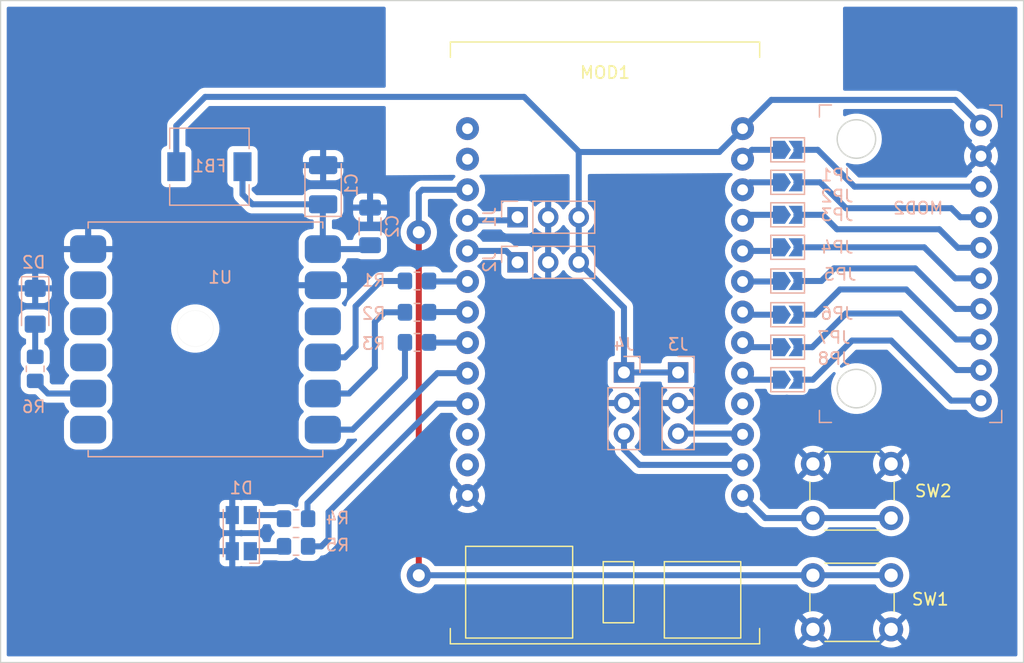
<source format=kicad_pcb>
(kicad_pcb (version 20211014) (generator pcbnew)
  (layers (0 "F.Cu" signal) (31 "B.Cu" signal) (34 "B.Paste" user) (35 "F.Paste" user) (36 "B.SilkS" user "B.Silkscreen") (37 "F.SilkS" user "F.Silkscreen") (38 "B.Mask" user) (39 "F.Mask" user) (44 "Edge.Cuts" user))
  (net 0 "")
  (net 1 "Net-(C1-Pad1)")
  (net 2 "GND")
  (net 3 "Net-(D1-Pad1)")
  (net 4 "Net-(D1-Pad2)")
  (net 5 "Net-(D2-Pad2)")
  (net 6 "+3V3")
  (net 7 "Net-(J1-Pad1)")
  (net 8 "Net-(J2-Pad1)")
  (net 9 "Net-(J3-Pad3)")
  (net 10 "Net-(J4-Pad3)")
  (net 11 "imu1")
  (net 12 "Net-(JP1-Pad2)")
  (net 13 "imu2")
  (net 14 "Net-(JP2-Pad2)")
  (net 15 "imu3")
  (net 16 "Net-(JP3-Pad2)")
  (net 17 "imu4")
  (net 18 "Net-(JP4-Pad2)")
  (net 19 "imu5")
  (net 20 "Net-(JP5-Pad2)")
  (net 21 "imu6")
  (net 22 "Net-(JP6-Pad2)")
  (net 23 "imu7")
  (net 24 "Net-(JP7-Pad2)")
  (net 25 "imu8")
  (net 26 "Net-(JP8-Pad2)")
  (net 29 "Net-(SW1-Pad2)")
  (net 30 "TX0_GPS")
  (net 31 "RX0_GPS")
  (net 32 "EN_GPS")
  (net 33 "Net-(MOD1-Pad9)")
  (net 34 "Net-(MOD1-Pad10)")
  (net 37 "Net-(MOD1-Pad14)")
  (net 39 "Net-(R1-Pad2)")
  (net 40 "Net-(R2-Pad2)")
  (net 41 "Net-(R3-Pad2)")
  (net 42 "Net-(R6-Pad1)")
  (footprint "Button_Switch_THT:SW_PUSH_6mm" (layer "F.Cu") (at 244 137.25 180)
    (fp_text reference "SW1" (at -3.25 2.5) (layer "F.SilkS"))
    (fp_text value "SW_Push_Dual")
    (fp_line (start 5.5 -1) (end 1 -1) (layer "F.SilkS") (width 0.12))
    (fp_line (start 1 5.5) (end 5.5 5.5) (layer "F.SilkS") (width 0.12))
    (fp_line (start 6.75 3) (end 6.75 1.5) (layer "F.SilkS") (width 0.12))
    (fp_line (start -0.25 1.5) (end -0.25 3) (layer "F.SilkS") (width 0.12))
    (pad "1" thru_hole circle (at 0 0 270) (size 2 2) (drill 1.1) (layers *.Cu *.Mask) (net 2 "GND"))
    (pad "1" thru_hole circle (at 6.5 0 270) (size 2 2) (drill 1.1) (layers *.Cu *.Mask) (net 2 "GND"))
    (pad "2" thru_hole circle (at 6.5 4.5 270) (size 2 2) (drill 1.1) (layers *.Cu *.Mask) (net 29 "Net-(SW1-Pad2)"))
    (pad "2" thru_hole circle (at 0 4.5 270) (size 2 2) (drill 1.1) (layers *.Cu *.Mask) (net 29 "Net-(SW1-Pad2)"))
  )
  (footprint "Button_Switch_THT:SW_PUSH_6mm" (layer "F.Cu") (at 244 128 180)
    (fp_text reference "SW2" (at -3.5 2.25) (layer "F.SilkS"))
    (fp_text value "SW_Push_Dual")
    (fp_line (start 6.75 3) (end 6.75 1.5) (layer "F.SilkS") (width 0.12))
    (fp_line (start -0.25 1.5) (end -0.25 3) (layer "F.SilkS") (width 0.12))
    (fp_line (start 1 5.5) (end 5.5 5.5) (layer "F.SilkS") (width 0.12))
    (fp_line (start 5.5 -1) (end 1 -1) (layer "F.SilkS") (width 0.12))
    (pad "1" thru_hole circle (at 0 0 270) (size 2 2) (drill 1.1) (layers *.Cu *.Mask) (net 37 "Net-(MOD1-Pad14)"))
    (pad "1" thru_hole circle (at 6.5 0 270) (size 2 2) (drill 1.1) (layers *.Cu *.Mask) (net 37 "Net-(MOD1-Pad14)"))
    (pad "2" thru_hole circle (at 6.5 4.5 270) (size 2 2) (drill 1.1) (layers *.Cu *.Mask) (net 2 "GND"))
    (pad "2" thru_hole circle (at 0 4.5 270) (size 2 2) (drill 1.1) (layers *.Cu *.Mask) (net 2 "GND"))
  )
  (footprint "Zombie_foot:ESP32_Lolin32_Lite" (layer "F.Cu") (at 220.375 110.5)
    (fp_text reference "MOD1" (at -0.15 -19.52 unlocked) (layer "F.SilkS"))
    (fp_text value "ESP32_Lolin32_Lite")
    (fp_line (start 12.695313 27.947589) (end 12.695313 26.677589) (layer "F.SilkS") (width 0.12))
    (fp_line (start 12.7 -22.06) (end 12.7 -20.79) (layer "F.SilkS") (width 0.12))
    (fp_line (start -13 -22.06) (end 12.7 -22.06) (layer "F.SilkS") (width 0.12))
    (fp_line (start -13.004687 26.677589) (end -13.004687 27.947589) (layer "F.SilkS") (width 0.12))
    (fp_line (start -13 -20.79) (end -13 -22.06) (layer "F.SilkS") (width 0.12))
    (fp_line (start -13.004687 27.947589) (end 12.695313 27.947589) (layer "F.SilkS") (width 0.12))
    (fp_rect (start 4.78 21.12) (end 11.13 27.47) (layer "F.SilkS") (width 0.12) (fill none))
    (fp_rect (start -11.73 19.85) (end -2.84 27.47) (layer "F.SilkS") (width 0.12) (fill none))
    (fp_rect (start -0.3 21.12) (end 2.24 26.2) (layer "F.SilkS") (width 0.12) (fill none))
    (pad "1" thru_hole circle (at -11.58 -14.86) (size 1.9 1.9) (drill 0.9) (layers *.Cu *.Mask))
    (pad "2" thru_hole circle (at -11.58 -12.32) (size 1.9 1.9) (drill 0.9) (layers *.Cu *.Mask))
    (pad "3" thru_hole circle (at -11.58 -9.78) (size 1.9 1.9) (drill 0.9) (layers *.Cu *.Mask) (net 29 "Net-(SW1-Pad2)"))
    (pad "4" thru_hole circle (at -11.58 -7.24) (size 1.9 1.9) (drill 0.9) (layers *.Cu *.Mask) (net 7 "Net-(J1-Pad1)"))
    (pad "5" thru_hole circle (at -11.58 -4.7) (size 1.9 1.9) (drill 0.9) (layers *.Cu *.Mask) (net 8 "Net-(J2-Pad1)"))
    (pad "6" thru_hole circle (at -11.58 -2.16) (size 1.9 1.9) (drill 0.9) (layers *.Cu *.Mask) (net 30 "TX0_GPS"))
    (pad "7" thru_hole circle (at -11.58 0.38) (size 1.9 1.9) (drill 0.9) (layers *.Cu *.Mask) (net 31 "RX0_GPS"))
    (pad "8" thru_hole circle (at -11.58 2.92) (size 1.9 1.9) (drill 0.9) (layers *.Cu *.Mask) (net 32 "EN_GPS"))
    (pad "9" thru_hole circle (at -11.58 5.46) (size 1.9 1.9) (drill 0.9) (layers *.Cu *.Mask) (net 33 "Net-(MOD1-Pad9)"))
    (pad "10" thru_hole circle (at -11.58 8) (size 1.9 1.9) (drill 0.9) (layers *.Cu *.Mask) (net 34 "Net-(MOD1-Pad10)"))
    (pad "11" thru_hole circle (at -11.58 10.54) (size 1.9 1.9) (drill 0.9) (layers *.Cu *.Mask))
    (pad "12" thru_hole circle (at -11.58 13.08) (size 1.9 1.9) (drill 0.9) (layers *.Cu *.Mask))
    (pad "13" thru_hole circle (at -11.58 15.62) (size 1.9 1.9) (drill 0.9) (layers *.Cu *.Mask) (net 2 "GND"))
    (pad "14" thru_hole circle (at 11.28 15.62) (size 1.9 1.9) (drill 0.9) (layers *.Cu *.Mask) (net 37 "Net-(MOD1-Pad14)"))
    (pad "15" thru_hole circle (at 11.28 13.08) (size 1.9 1.9) (drill 0.9) (layers *.Cu *.Mask) (net 10 "Net-(J4-Pad3)"))
    (pad "16" thru_hole circle (at 11.28 10.54) (size 1.9 1.9) (drill 0.9) (layers *.Cu *.Mask) (net 9 "Net-(J3-Pad3)"))
    (pad "17" thru_hole circle (at 11.28 8) (size 1.9 1.9) (drill 0.9) (layers *.Cu *.Mask))
    (pad "18" thru_hole circle (at 11.28 5.46) (size 1.9 1.9) (drill 0.9) (layers *.Cu *.Mask) (net 25 "imu8"))
    (pad "19" thru_hole circle (at 11.28 2.92) (size 1.9 1.9) (drill 0.9) (layers *.Cu *.Mask) (net 23 "imu7"))
    (pad "20" thru_hole circle (at 11.28 0.38) (size 1.9 1.9) (drill 0.9) (layers *.Cu *.Mask) (net 21 "imu6"))
    (pad "21" thru_hole circle (at 11.28 -2.16) (size 1.9 1.9) (drill 0.9) (layers *.Cu *.Mask) (net 19 "imu5"))
    (pad "22" thru_hole circle (at 11.28 -4.7) (size 1.9 1.9) (drill 0.9) (layers *.Cu *.Mask) (net 17 "imu4"))
    (pad "23" thru_hole circle (at 11.28 -7.24) (size 1.9 1.9) (drill 0.9) (layers *.Cu *.Mask) (net 15 "imu3"))
    (pad "24" thru_hole circle (at 11.28 -9.78) (size 1.9 1.9) (drill 0.9) (layers *.Cu *.Mask) (net 13 "imu2"))
    (pad "25" thru_hole circle (at 11.28 -12.32) (size 1.9 1.9) (drill 0.9) (layers *.Cu *.Mask) (net 11 "imu1"))
    (pad "26" thru_hole circle (at 11.28 -14.86) (size 1.9 1.9) (drill 0.9) (layers *.Cu *.Mask) (net 6 "+3V3"))
  )
  (footprint "Jumper:SolderJumper-2_P1.3mm_Open_TrianglePad1.0x1.5mm" (layer "B.Cu") (at 235.4 113.8)
    (fp_text reference "JP7" (at 3.85 -0.8) (layer "B.SilkS") (effects (justify mirror)))
    (fp_text value "_")
    (fp_line (start -1.4 -1) (end -1.4 1) (layer "B.SilkS") (width 0.12))
    (fp_line (start -1.4 1) (end 1.4 1) (layer "B.SilkS") (width 0.12))
    (fp_line (start 1.4 -1) (end -1.4 -1) (layer "B.SilkS") (width 0.12))
    (fp_line (start 1.4 1) (end 1.4 -1) (layer "B.SilkS") (width 0.12))
    (pad "1" smd custom (at -0.725 0) (size 0.3 0.3) (layers "B.Cu" "B.Mask") (net 23 "imu7") (options (clearance outline) (anchor rect)) (primitives (gr_poly (pts (xy 1 0) (xy 0.5 -0.75) (xy -0.5 -0.75) (xy -0.5 0.75) (xy 0.5 0.75)) (width 0) (fill yes))))
    (pad "2" smd custom (at 0.725 0) (size 0.3 0.3) (layers "B.Cu" "B.Mask") (net 24 "Net-(JP7-Pad2)") (options (clearance outline) (anchor rect)) (primitives (gr_poly (pts (xy 0.5 -0.75) (xy -0.65 -0.75) (xy -0.15 0) (xy -0.65 0.75) (xy 0.5 0.75)) (width 0) (fill yes))))
  )
  (footprint "Resistor_SMD:R_0805_2012Metric_Pad1.20x1.40mm_HandSolder" (layer "B.Cu") (at 172.875 115.6 90)
    (fp_text reference "R6" (at -3.15 -0.125 180) (layer "B.SilkS") (effects (justify mirror)))
    (fp_text value "330R")
    (fp_line (start -0.227064 0.735) (end 0.227064 0.735) (layer "B.SilkS") (width 0.12))
    (fp_line (start -0.227064 -0.735) (end 0.227064 -0.735) (layer "B.SilkS") (width 0.12))
    (pad "1" smd roundrect (at -1 0 90) (size 1.2 1.4) (layers "B.Cu" "B.Paste" "B.Mask") (roundrect_rratio 0.208333) (net 42 "Net-(R6-Pad1)"))
    (pad "2" smd roundrect (at 1 0 90) (size 1.2 1.4) (layers "B.Cu" "B.Paste" "B.Mask") (roundrect_rratio 0.208333) (net 5 "Net-(D2-Pad2)"))
  )
  (footprint "Jumper:SolderJumper-2_P1.3mm_Open_TrianglePad1.0x1.5mm" (layer "B.Cu") (at 235.4 102.8)
    (fp_text reference "JP3" (at 4.1 0) (layer "B.SilkS") (effects (justify mirror)))
    (fp_text value "_")
    (fp_line (start 1.4 1) (end 1.4 -1) (layer "B.SilkS") (width 0.12))
    (fp_line (start -1.4 1) (end 1.4 1) (layer "B.SilkS") (width 0.12))
    (fp_line (start 1.4 -1) (end -1.4 -1) (layer "B.SilkS") (width 0.12))
    (fp_line (start -1.4 -1) (end -1.4 1) (layer "B.SilkS") (width 0.12))
    (pad "1" smd custom (at -0.725 0) (size 0.3 0.3) (layers "B.Cu" "B.Mask") (net 15 "imu3") (options (clearance outline) (anchor rect)) (primitives (gr_poly (pts (xy 1 0) (xy 0.5 -0.75) (xy -0.5 -0.75) (xy -0.5 0.75) (xy 0.5 0.75)) (width 0) (fill yes))))
    (pad "2" smd custom (at 0.725 0) (size 0.3 0.3) (layers "B.Cu" "B.Mask") (net 16 "Net-(JP3-Pad2)") (options (clearance outline) (anchor rect)) (primitives (gr_poly (pts (xy 0.5 -0.75) (xy -0.65 -0.75) (xy -0.15 0) (xy -0.65 0.75) (xy 0.5 0.75)) (width 0) (fill yes))))
  )
  (footprint "Connector_PinHeader_2.54mm:PinHeader_1x03_P2.54mm_Vertical" (layer "B.Cu") (at 226.3 115.9 180)
    (fp_text reference "J3" (at 0 2.33) (layer "B.SilkS") (effects (justify mirror)))
    (fp_text value "Conn_01x03_Female")
    (fp_line (start -1.33 0) (end -1.33 1.33) (layer "B.SilkS") (width 0.12))
    (fp_line (start -1.33 -1.27) (end 1.33 -1.27) (layer "B.SilkS") (width 0.12))
    (fp_line (start -1.33 -1.27) (end -1.33 -6.41) (layer "B.SilkS") (width 0.12))
    (fp_line (start -1.33 1.33) (end 0 1.33) (layer "B.SilkS") (width 0.12))
    (fp_line (start -1.33 -6.41) (end 1.33 -6.41) (layer "B.SilkS") (width 0.12))
    (fp_line (start 1.33 -1.27) (end 1.33 -6.41) (layer "B.SilkS") (width 0.12))
    (pad "1" thru_hole rect (at 0 0 180) (size 1.7 1.7) (drill 1) (layers *.Cu *.Mask) (net 6 "+3V3"))
    (pad "2" thru_hole oval (at 0 -2.54 180) (size 1.7 1.7) (drill 1) (layers *.Cu *.Mask) (net 2 "GND"))
    (pad "3" thru_hole oval (at 0 -5.08 180) (size 1.7 1.7) (drill 1) (layers *.Cu *.Mask) (net 9 "Net-(J3-Pad3)"))
  )
  (footprint "Resistor_SMD:R_0805_2012Metric_Pad1.20x1.40mm_HandSolder" (layer "B.Cu") (at 194.55 130.35)
    (fp_text reference "R5" (at 3.45 -0.1) (layer "B.SilkS") (effects (justify mirror)))
    (fp_text value "330R")
    (fp_line (start -0.227064 -0.735) (end 0.227064 -0.735) (layer "B.SilkS") (width 0.12))
    (fp_line (start -0.227064 0.735) (end 0.227064 0.735) (layer "B.SilkS") (width 0.12))
    (pad "1" smd roundrect (at -1 0) (size 1.2 1.4) (layers "B.Cu" "B.Paste" "B.Mask") (roundrect_rratio 0.208333) (net 3 "Net-(D1-Pad1)"))
    (pad "2" smd roundrect (at 1 0) (size 1.2 1.4) (layers "B.Cu" "B.Paste" "B.Mask") (roundrect_rratio 0.208333) (net 34 "Net-(MOD1-Pad10)"))
  )
  (footprint "Resistor_SMD:R_0805_2012Metric_Pad1.20x1.40mm_HandSolder" (layer "B.Cu") (at 204.6 113.4 180)
    (fp_text reference "R3" (at 3.6 -0.1) (layer "B.SilkS") (effects (justify mirror)))
    (fp_text value "330R")
    (fp_line (start -0.227064 -0.735) (end 0.227064 -0.735) (layer "B.SilkS") (width 0.12))
    (fp_line (start -0.227064 0.735) (end 0.227064 0.735) (layer "B.SilkS") (width 0.12))
    (pad "1" smd roundrect (at -1 0 180) (size 1.2 1.4) (layers "B.Cu" "B.Paste" "B.Mask") (roundrect_rratio 0.208333) (net 32 "EN_GPS"))
    (pad "2" smd roundrect (at 1 0 180) (size 1.2 1.4) (layers "B.Cu" "B.Paste" "B.Mask") (roundrect_rratio 0.208333) (net 41 "Net-(R3-Pad2)"))
  )
  (footprint "Inductor_SMD:L_6.3x6.3_H3" (layer "B.Cu") (at 187.35 98.8)
    (fp_text reference "FB1" (at 0 -0.05) (layer "B.SilkS") (effects (justify mirror)))
    (fp_text value "600R 100MHz 200mA")
    (fp_line (start -3.3 -3.2) (end -3.3 -1.5) (layer "B.SilkS") (width 0.12))
    (fp_line (start 3.3 -1.5) (end 3.3 -3.2) (layer "B.SilkS") (width 0.12))
    (fp_line (start -3.3 3.2) (end 3.3 3.2) (layer "B.SilkS") (width 0.12))
    (fp_line (start 3.3 3.2) (end 3.3 1.5) (layer "B.SilkS") (width 0.12))
    (fp_line (start 3.3 -3.2) (end -3.3 -3.2) (layer "B.SilkS") (width 0.12))
    (fp_line (start -3.3 1.5) (end -3.3 3.2) (layer "B.SilkS") (width 0.12))
    (pad "1" smd rect (at -2.75 0) (size 1.5 2.4) (layers "B.Cu" "B.Paste" "B.Mask") (net 6 "+3V3"))
    (pad "2" smd rect (at 2.75 0) (size 1.5 2.4) (layers "B.Cu" "B.Paste" "B.Mask") (net 1 "Net-(C1-Pad1)"))
  )
  (footprint "LED_SMD:LED_Avago_PLCC4_3.2x2.8mm_CW" (layer "B.Cu") (at 190 129.25 90)
    (fp_text reference "D1" (at 3.75 0 180) (layer "B.SilkS") (effects (justify mirror)))
    (fp_text value "LED_Dual_AAKK")
    (fp_line (start -2.5 0.7) (end -2.5 1.5) (layer "B.SilkS") (width 0.12))
    (fp_line (start -2.500044 1.5) (end 1.95 1.5) (layer "B.SilkS") (width 0.12))
    (fp_line (start -1.95 -1.5) (end 1.95 -1.5) (layer "B.SilkS") (width 0.12))
    (pad "1" smd rect (at -1.5 0.75 90) (size 1.5 1.1) (layers "B.Cu" "B.Paste" "B.Mask") (net 3 "Net-(D1-Pad1)"))
    (pad "2" smd rect (at 1.5 0.75 90) (size 1.5 1.1) (layers "B.Cu" "B.Paste" "B.Mask") (net 4 "Net-(D1-Pad2)"))
    (pad "3" smd rect (at 1.5 -0.75 90) (size 1.5 1.1) (layers "B.Cu" "B.Paste" "B.Mask") (net 2 "GND"))
    (pad "4" smd rect (at -1.5 -0.75 90) (size 1.5 1.1) (layers "B.Cu" "B.Paste" "B.Mask") (net 2 "GND"))
  )
  (footprint "Capacitor_SMD:C_1206_3216Metric_Pad1.33x1.80mm_HandSolder" (layer "B.Cu") (at 200.7 103.7625 90)
    (fp_text reference "C2" (at 0 1.85 90) (layer "B.SilkS") (effects (justify mirror)))
    (fp_text value "100n")
    (fp_line (start -0.711252 -0.91) (end 0.711252 -0.91) (layer "B.SilkS") (width 0.12))
    (fp_line (start -0.711252 0.91) (end 0.711252 0.91) (layer "B.SilkS") (width 0.12))
    (pad "1" smd roundrect (at -1.5625 0 90) (size 1.325 1.8) (layers "B.Cu" "B.Paste" "B.Mask") (roundrect_rratio 0.188679) (net 1 "Net-(C1-Pad1)"))
    (pad "2" smd roundrect (at 1.5625 0 90) (size 1.325 1.8) (layers "B.Cu" "B.Paste" "B.Mask") (roundrect_rratio 0.188679) (net 2 "GND"))
  )
  (footprint "Connector_PinHeader_2.54mm:PinHeader_1x03_P2.54mm_Vertical" (layer "B.Cu") (at 212.96 106.75 -90)
    (fp_text reference "J2" (at 0 2.33 90) (layer "B.SilkS") (effects (justify mirror)))
    (fp_text value "Conn_01x03_Female")
    (fp_line (start -1.33 0) (end -1.33 1.33) (layer "B.SilkS") (width 0.12))
    (fp_line (start -1.33 -1.27) (end 1.33 -1.27) (layer "B.SilkS") (width 0.12))
    (fp_line (start -1.33 -1.27) (end -1.33 -6.41) (layer "B.SilkS") (width 0.12))
    (fp_line (start -1.33 -6.41) (end 1.33 -6.41) (layer "B.SilkS") (width 0.12))
    (fp_line (start 1.33 -1.27) (end 1.33 -6.41) (layer "B.SilkS") (width 0.12))
    (fp_line (start -1.33 1.33) (end 0 1.33) (layer "B.SilkS") (width 0.12))
    (pad "1" thru_hole rect (at 0 0 270) (size 1.7 1.7) (drill 1) (layers *.Cu *.Mask) (net 8 "Net-(J2-Pad1)"))
    (pad "2" thru_hole oval (at 0 -2.54 270) (size 1.7 1.7) (drill 1) (layers *.Cu *.Mask) (net 2 "GND"))
    (pad "3" thru_hole oval (at 0 -5.08 270) (size 1.7 1.7) (drill 1) (layers *.Cu *.Mask) (net 6 "+3V3"))
  )
  (footprint "Zombie_foot:G.top015(Gsm-g9)" (layer "B.Cu") (at 186.775 112.4 180)
    (fp_text reference "U1" (at -1.475 4.4 unlocked) (layer "B.SilkS") (effects (justify mirror)))
    (fp_text value "G.top015(Gms-g9)")
    (fp_line (start 9.5 -10.5) (end 9.5 -10) (layer "B.SilkS") (width 0.12))
    (fp_line (start 9.5 9) (end 9.5 8.5) (layer "B.SilkS") (width 0.12))
    (fp_line (start -10 -10.5) (end -10 -10) (layer "B.SilkS") (width 0.12))
    (fp_line (start -10 9) (end 9.5 9) (layer "B.SilkS") (width 0.12))
    (fp_line (start 9.5 -10.5) (end -10 -10.5) (layer "B.SilkS") (width 0.12))
    (fp_line (start -10 9) (end -10 8.5) (layer "B.SilkS") (width 0.12))
    (fp_circle (center 0.6 0.15) (end 2.1 0.15) (layer "Edge.Cuts") (width 0.01) (fill none))
    (pad "1" smd roundrect (at -10 6.75 180) (size 3 2.3) (layers "B.Cu" "B.Paste" "B.Mask") (net 1 "Net-(C1-Pad1)"))
    (pad "2" smd roundrect (at -10 3.75 180) (size 3 2.3) (layers "B.Cu" "B.Paste" "B.Mask") (net 2 "GND"))
    (pad "3" smd roundrect (at -10 0.75 180) (size 3 2.3) (layers "B.Cu" "B.Paste" "B.Mask"))
    (pad "4" smd roundrect (at -10 -2.25 180) (size 3 2.3) (layers "B.Cu" "B.Paste" "B.Mask") (net 39 "Net-(R1-Pad2)"))
    (pad "5" smd roundrect (at -10 -5.25 180) (size 3 2.3) (layers "B.Cu" "B.Paste" "B.Mask") (net 40 "Net-(R2-Pad2)"))
    (pad "6" smd roundrect (at -10 -8.25 180) (size 3 2.3) (layers "B.Cu" "B.Paste" "B.Mask") (net 41 "Net-(R3-Pad2)"))
    (pad "7" smd roundrect (at 9.5 -8.25 180) (size 3 2.3) (layers "B.Cu" "B.Paste" "B.Mask"))
    (pad "8" smd roundrect (at 9.5 -5.25 180) (size 3 2.3) (layers "B.Cu" "B.Paste" "B.Mask") (net 42 "Net-(R6-Pad1)"))
    (pad "9" smd roundrect (at 9.5 -2.25 180) (size 3 2.3) (layers "B.Cu" "B.Paste" "B.Mask"))
    (pad "10" smd roundrect (at 9.5 0.75 180) (size 3 2.3) (layers "B.Cu" "B.Paste" "B.Mask"))
    (pad "11" smd roundrect (at 9.5 3.75 180) (size 3 2.3) (layers "B.Cu" "B.Paste" "B.Mask"))
    (pad "12" smd roundrect (at 9.5 6.75 180) (size 3 2.3) (layers "B.Cu" "B.Paste" "B.Mask") (net 2 "GND"))
  )
  (footprint "Jumper:SolderJumper-2_P1.3mm_Open_TrianglePad1.0x1.5mm" (layer "B.Cu") (at 235.4 105.5)
    (fp_text reference "JP4" (at 4.1 0) (layer "B.SilkS") (effects (justify mirror)))
    (fp_text value "_")
    (fp_line (start 1.4 1) (end 1.4 -1) (layer "B.SilkS") (width 0.12))
    (fp_line (start -1.4 1) (end 1.4 1) (layer "B.SilkS") (width 0.12))
    (fp_line (start 1.4 -1) (end -1.4 -1) (layer "B.SilkS") (width 0.12))
    (fp_line (start -1.4 -1) (end -1.4 1) (layer "B.SilkS") (width 0.12))
    (pad "1" smd custom (at -0.725 0) (size 0.3 0.3) (layers "B.Cu" "B.Mask") (net 17 "imu4") (options (clearance outline) (anchor rect)) (primitives (gr_poly (pts (xy 1 0) (xy 0.5 -0.75) (xy -0.5 -0.75) (xy -0.5 0.75) (xy 0.5 0.75)) (width 0) (fill yes))))
    (pad "2" smd custom (at 0.725 0) (size 0.3 0.3) (layers "B.Cu" "B.Mask") (net 18 "Net-(JP4-Pad2)") (options (clearance outline) (anchor rect)) (primitives (gr_poly (pts (xy 0.5 -0.75) (xy -0.65 -0.75) (xy -0.15 0) (xy -0.65 0.75) (xy 0.5 0.75)) (width 0) (fill yes))))
  )
  (footprint "Resistor_SMD:R_0805_2012Metric_Pad1.20x1.40mm_HandSolder" (layer "B.Cu") (at 204.6 108.3 180)
    (fp_text reference "R1" (at 3.6 0.05) (layer "B.SilkS") (effects (justify mirror)))
    (fp_text value "330R")
    (fp_line (start -0.227064 0.735) (end 0.227064 0.735) (layer "B.SilkS") (width 0.12))
    (fp_line (start -0.227064 -0.735) (end 0.227064 -0.735) (layer "B.SilkS") (width 0.12))
    (pad "1" smd roundrect (at -1 0 180) (size 1.2 1.4) (layers "B.Cu" "B.Paste" "B.Mask") (roundrect_rratio 0.208333) (net 30 "TX0_GPS"))
    (pad "2" smd roundrect (at 1 0 180) (size 1.2 1.4) (layers "B.Cu" "B.Paste" "B.Mask") (roundrect_rratio 0.208333) (net 39 "Net-(R1-Pad2)"))
  )
  (footprint "Jumper:SolderJumper-2_P1.3mm_Open_TrianglePad1.0x1.5mm" (layer "B.Cu") (at 235.4 108.3)
    (fp_text reference "JP5" (at 4.35 -0.55) (layer "B.SilkS") (effects (justify mirror)))
    (fp_text value "_")
    (fp_line (start -1.4 -1) (end -1.4 1) (layer "B.SilkS") (width 0.12))
    (fp_line (start 1.4 -1) (end -1.4 -1) (layer "B.SilkS") (width 0.12))
    (fp_line (start 1.4 1) (end 1.4 -1) (layer "B.SilkS") (width 0.12))
    (fp_line (start -1.4 1) (end 1.4 1) (layer "B.SilkS") (width 0.12))
    (pad "1" smd custom (at -0.725 0) (size 0.3 0.3) (layers "B.Cu" "B.Mask") (net 19 "imu5") (options (clearance outline) (anchor rect)) (primitives (gr_poly (pts (xy 1 0) (xy 0.5 -0.75) (xy -0.5 -0.75) (xy -0.5 0.75) (xy 0.5 0.75)) (width 0) (fill yes))))
    (pad "2" smd custom (at 0.725 0) (size 0.3 0.3) (layers "B.Cu" "B.Mask") (net 20 "Net-(JP5-Pad2)") (options (clearance outline) (anchor rect)) (primitives (gr_poly (pts (xy 0.5 -0.75) (xy -0.65 -0.75) (xy -0.15 0) (xy -0.65 0.75) (xy 0.5 0.75)) (width 0) (fill yes))))
  )
  (footprint "Resistor_SMD:R_0805_2012Metric_Pad1.20x1.40mm_HandSolder" (layer "B.Cu") (at 204.6 110.9 180)
    (fp_text reference "R2" (at 3.6 -0.1) (layer "B.SilkS") (effects (justify mirror)))
    (fp_text value "330R")
    (fp_line (start -0.227064 0.735) (end 0.227064 0.735) (layer "B.SilkS") (width 0.12))
    (fp_line (start -0.227064 -0.735) (end 0.227064 -0.735) (layer "B.SilkS") (width 0.12))
    (pad "1" smd roundrect (at -1 0 180) (size 1.2 1.4) (layers "B.Cu" "B.Paste" "B.Mask") (roundrect_rratio 0.208333) (net 31 "RX0_GPS"))
    (pad "2" smd roundrect (at 1 0 180) (size 1.2 1.4) (layers "B.Cu" "B.Paste" "B.Mask") (roundrect_rratio 0.208333) (net 40 "Net-(R2-Pad2)"))
  )
  (footprint "Connector_PinHeader_2.54mm:PinHeader_1x03_P2.54mm_Vertical" (layer "B.Cu") (at 221.8 115.9 180)
    (fp_text reference "J4" (at 0 2.33) (layer "B.SilkS") (effects (justify mirror)))
    (fp_text value "Conn_01x03_Female")
    (fp_line (start -1.33 -6.41) (end 1.33 -6.41) (layer "B.SilkS") (width 0.12))
    (fp_line (start 1.33 -1.27) (end 1.33 -6.41) (layer "B.SilkS") (width 0.12))
    (fp_line (start -1.33 0) (end -1.33 1.33) (layer "B.SilkS") (width 0.12))
    (fp_line (start -1.33 -1.27) (end -1.33 -6.41) (layer "B.SilkS") (width 0.12))
    (fp_line (start -1.33 -1.27) (end 1.33 -1.27) (layer "B.SilkS") (width 0.12))
    (fp_line (start -1.33 1.33) (end 0 1.33) (layer "B.SilkS") (width 0.12))
    (pad "1" thru_hole rect (at 0 0 180) (size 1.7 1.7) (drill 1) (layers *.Cu *.Mask) (net 6 "+3V3"))
    (pad "2" thru_hole oval (at 0 -2.54 180) (size 1.7 1.7) (drill 1) (layers *.Cu *.Mask) (net 2 "GND"))
    (pad "3" thru_hole oval (at 0 -5.08 180) (size 1.7 1.7) (drill 1) (layers *.Cu *.Mask) (net 10 "Net-(J4-Pad3)"))
  )
  (footprint "Connector_PinHeader_2.54mm:PinHeader_1x03_P2.54mm_Vertical" (layer "B.Cu") (at 212.96 103 -90)
    (fp_text reference "J1" (at 0 2.33 90) (layer "B.SilkS") (effects (justify mirror)))
    (fp_text value "Conn_01x03_Female")
    (fp_line (start -1.33 1.33) (end 0 1.33) (layer "B.SilkS") (width 0.12))
    (fp_line (start -1.33 -1.27) (end 1.33 -1.27) (layer "B.SilkS") (width 0.12))
    (fp_line (start -1.33 -1.27) (end -1.33 -6.41) (layer "B.SilkS") (width 0.12))
    (fp_line (start -1.33 -6.41) (end 1.33 -6.41) (layer "B.SilkS") (width 0.12))
    (fp_line (start -1.33 0) (end -1.33 1.33) (layer "B.SilkS") (width 0.12))
    (fp_line (start 1.33 -1.27) (end 1.33 -6.41) (layer "B.SilkS") (width 0.12))
    (pad "1" thru_hole rect (at 0 0 270) (size 1.7 1.7) (drill 1) (layers *.Cu *.Mask) (net 7 "Net-(J1-Pad1)"))
    (pad "2" thru_hole oval (at 0 -2.54 270) (size 1.7 1.7) (drill 1) (layers *.Cu *.Mask) (net 2 "GND"))
    (pad "3" thru_hole oval (at 0 -5.08 270) (size 1.7 1.7) (drill 1) (layers *.Cu *.Mask) (net 6 "+3V3"))
  )
  (footprint "Jumper:SolderJumper-2_P1.3mm_Open_TrianglePad1.0x1.5mm" (layer "B.Cu") (at 235.4 111.1)
    (fp_text reference "JP6" (at 4.1 -0.1) (layer "B.SilkS") (effects (justify mirror)))
    (fp_text value "_")
    (fp_line (start -1.4 -1) (end -1.4 1) (layer "B.SilkS") (width 0.12))
    (fp_line (start 1.4 1) (end 1.4 -1) (layer "B.SilkS") (width 0.12))
    (fp_line (start -1.4 1) (end 1.4 1) (layer "B.SilkS") (width 0.12))
    (fp_line (start 1.4 -1) (end -1.4 -1) (layer "B.SilkS") (width 0.12))
    (pad "1" smd custom (at -0.725 0) (size 0.3 0.3) (layers "B.Cu" "B.Mask") (net 21 "imu6") (options (clearance outline) (anchor rect)) (primitives (gr_poly (pts (xy 1 0) (xy 0.5 -0.75) (xy -0.5 -0.75) (xy -0.5 0.75) (xy 0.5 0.75)) (width 0) (fill yes))))
    (pad "2" smd custom (at 0.725 0) (size 0.3 0.3) (layers "B.Cu" "B.Mask") (net 22 "Net-(JP6-Pad2)") (options (clearance outline) (anchor rect)) (primitives (gr_poly (pts (xy 0.5 -0.75) (xy -0.65 -0.75) (xy -0.15 0) (xy -0.65 0.75) (xy 0.5 0.75)) (width 0) (fill yes))))
  )
  (footprint "Jumper:SolderJumper-2_P1.3mm_Open_TrianglePad1.0x1.5mm" (layer "B.Cu") (at 235.4 116.5)
    (fp_text reference "JP8" (at 3.85 -1.75) (layer "B.SilkS") (effects (justify mirror)))
    (fp_text value "_")
    (fp_line (start -1.4 1) (end 1.4 1) (layer "B.SilkS") (width 0.12))
    (fp_line (start 1.4 -1) (end -1.4 -1) (layer "B.SilkS") (width 0.12))
    (fp_line (start 1.4 1) (end 1.4 -1) (layer "B.SilkS") (width 0.12))
    (fp_line (start -1.4 -1) (end -1.4 1) (layer "B.SilkS") (width 0.12))
    (pad "1" smd custom (at -0.725 0) (size 0.3 0.3) (layers "B.Cu" "B.Mask") (net 25 "imu8") (options (clearance outline) (anchor rect)) (primitives (gr_poly (pts (xy 1 0) (xy 0.5 -0.75) (xy -0.5 -0.75) (xy -0.5 0.75) (xy 0.5 0.75)) (width 0) (fill yes))))
    (pad "2" smd custom (at 0.725 0) (size 0.3 0.3) (layers "B.Cu" "B.Mask") (net 26 "Net-(JP8-Pad2)") (options (clearance outline) (anchor rect)) (primitives (gr_poly (pts (xy 0.5 -0.75) (xy -0.65 -0.75) (xy -0.15 0) (xy -0.65 0.75) (xy 0.5 0.75)) (width 0) (fill yes))))
  )
  (footprint "Zombie_foot:IMU_10pin" (layer "B.Cu") (at 253.275 93.6 180)
    (fp_text reference "MOD2" (at 7.025 -8.65 unlocked) (layer "B.SilkS") (effects (justify mirror)))
    (fp_text value "GY-9250")
    (fp_line (start 0.083559 -1.084926) (end 0.083559 -0.084926) (layer "B.SilkS") (width 0.12))
    (fp_line (start 14.233502 -26.453677) (end 15.233502 -26.453677) (layer "B.SilkS") (width 0.12))
    (fp_line (start 14.233927 -0.075395) (end 15.233927 -0.075395) (layer "B.SilkS") (width 0.12))
    (fp_line (start 15.233502 -26.453677) (end 15.233502 -25.453677) (layer "B.SilkS") (width 0.12))
    (fp_line (start 15.233927 -0.075395) (end 15.233927 -1.075395) (layer "B.SilkS") (width 0.12))
    (fp_line (start 0.083559 -0.084926) (end 1.083559 -0.084926) (layer "B.SilkS") (width 0.12))
    (fp_line (start 0.085278 -25.456571) (end 0.085278 -26.456571) (layer "B.SilkS") (width 0.12))
    (fp_line (start 0.085278 -26.456571) (end 1.085278 -26.456571) (layer "B.SilkS") (width 0.12))
    (fp_circle (center 12.16 -2.9) (end 13.76 -2.9) (layer "Edge.Cuts") (width 0.12) (fill none))
    (fp_circle (center 12.16 -23.64) (end 13.76 -23.64) (layer "Edge.Cuts") (width 0.12) (fill none))
    (pad "1" thru_hole circle (at 1.81 -1.78 180) (size 1.8 1.8) (drill 0.9) (layers *.Cu *.Mask) (net 6 "+3V3"))
    (pad "2" thru_hole circle (at 1.81 -4.32 180) (size 1.8 1.8) (drill 0.9) (layers *.Cu *.Mask) (net 2 "GND"))
    (pad "3" thru_hole circle (at 1.81 -6.86 180) (size 1.8 1.8) (drill 0.9) (layers *.Cu *.Mask) (net 12 "Net-(JP1-Pad2)"))
    (pad "4" thru_hole circle (at 1.81 -9.4 180) (size 1.8 1.8) (drill 0.9) (layers *.Cu *.Mask) (net 14 "Net-(JP2-Pad2)"))
    (pad "5" thru_hole circle (at 1.81 -11.94 180) (size 1.8 1.8) (drill 0.9) (layers *.Cu *.Mask) (net 16 "Net-(JP3-Pad2)"))
    (pad "6" thru_hole circle (at 1.81 -14.48 180) (size 1.8 1.8) (drill 0.9) (layers *.Cu *.Mask) (net 18 "Net-(JP4-Pad2)"))
    (pad "7" thru_hole circle (at 1.81 -17.02 180) (size 1.8 1.8) (drill 0.9) (layers *.Cu *.Mask) (net 20 "Net-(JP5-Pad2)"))
    (pad "8" thru_hole circle (at 1.81 -19.56 180) (size 1.8 1.8) (drill 0.9) (layers *.Cu *.Mask) (net 22 "Net-(JP6-Pad2)"))
    (pad "9" thru_hole circle (at 1.81 -22.1 180) (size 1.8 1.8) (drill 0.9) (layers *.Cu *.Mask) (net 24 "Net-(JP7-Pad2)"))
    (pad "10" thru_hole circle (at 1.81 -24.64 180) (size 1.8 1.8) (drill 0.9) (layers *.Cu *.Mask) (net 26 "Net-(JP8-Pad2)"))
  )
  (footprint "Jumper:SolderJumper-2_P1.3mm_Open_TrianglePad1.0x1.5mm" (layer "B.Cu") (at 235.4 100.1)
    (fp_text reference "JP2" (at 4.1 1.15) (layer "B.SilkS") (effects (justify mirror)))
    (fp_text value "_")
    (fp_line (start -1.4 1) (end 1.4 1) (layer "B.SilkS") (width 0.12))
    (fp_line (start -1.4 -1) (end -1.4 1) (layer "B.SilkS") (width 0.12))
    (fp_line (start 1.4 -1) (end -1.4 -1) (layer "B.SilkS") (width 0.12))
    (fp_line (start 1.4 1) (end 1.4 -1) (layer "B.SilkS") (width 0.12))
    (pad "1" smd custom (at -0.725 0) (size 0.3 0.3) (layers "B.Cu" "B.Mask") (net 13 "imu2") (options (clearance outline) (anchor rect)) (primitives (gr_poly (pts (xy 1 0) (xy 0.5 -0.75) (xy -0.5 -0.75) (xy -0.5 0.75) (xy 0.5 0.75)) (width 0) (fill yes))))
    (pad "2" smd custom (at 0.725 0) (size 0.3 0.3) (layers "B.Cu" "B.Mask") (net 14 "Net-(JP2-Pad2)") (options (clearance outline) (anchor rect)) (primitives (gr_poly (pts (xy 0.5 -0.75) (xy -0.65 -0.75) (xy -0.15 0) (xy -0.65 0.75) (xy 0.5 0.75)) (width 0) (fill yes))))
  )
  (footprint "Capacitor_Tantalum_SMD:CP_EIA-3528-21_Kemet-B_Pad1.50x2.35mm_HandSolder" (layer "B.Cu") (at 196.8 100.3 90)
    (fp_text reference "C1" (at 0 2.35 90) (layer "B.SilkS") (effects (justify mirror)))
    (fp_text value "1u")
    (fp_line (start -2.635 1.51) (end -2.635 -1.51) (layer "B.SilkS") (width 0.12))
    (fp_line (start 1.75 1.51) (end -2.635 1.51) (layer "B.SilkS") (width 0.12))
    (fp_line (start -2.635 -1.51) (end 1.75 -1.51) (layer "B.SilkS") (width 0.12))
    (pad "1" smd roundrect (at -1.625 0 90) (size 1.5 2.35) (layers "B.Cu" "B.Paste" "B.Mask") (roundrect_rratio 0.166667) (net 1 "Net-(C1-Pad1)"))
    (pad "2" smd roundrect (at 1.625 0 90) (size 1.5 2.35) (layers "B.Cu" "B.Paste" "B.Mask") (roundrect_rratio 0.166667) (net 2 "GND"))
  )
  (footprint "Resistor_SMD:R_0805_2012Metric_Pad1.20x1.40mm_HandSolder" (layer "B.Cu") (at 194.55 128.05)
    (fp_text reference "R4" (at 3.45 -0.05) (layer "B.SilkS") (effects (justify mirror)))
    (fp_text value "330R")
    (fp_line (start -0.227064 -0.735) (end 0.227064 -0.735) (layer "B.SilkS") (width 0.12))
    (fp_line (start -0.227064 0.735) (end 0.227064 0.735) (layer "B.SilkS") (width 0.12))
    (pad "1" smd roundrect (at -1 0) (size 1.2 1.4) (layers "B.Cu" "B.Paste" "B.Mask") (roundrect_rratio 0.208333) (net 4 "Net-(D1-Pad2)"))
    (pad "2" smd roundrect (at 1 0) (size 1.2 1.4) (layers "B.Cu" "B.Paste" "B.Mask") (roundrect_rratio 0.208333) (net 33 "Net-(MOD1-Pad9)"))
  )
  (footprint "Jumper:SolderJumper-2_P1.3mm_Open_TrianglePad1.0x1.5mm" (layer "B.Cu") (at 235.4 97.4)
    (fp_text reference "JP1" (at 4.1 2.1) (layer "B.SilkS") (effects (justify mirror)))
    (fp_text value "_")
    (fp_line (start -1.4 1) (end 1.4 1) (layer "B.SilkS") (width 0.12))
    (fp_line (start 1.4 1) (end 1.4 -1) (layer "B.SilkS") (width 0.12))
    (fp_line (start -1.4 -1) (end -1.4 1) (layer "B.SilkS") (width 0.12))
    (fp_line (start 1.4 -1) (end -1.4 -1) (layer "B.SilkS") (width 0.12))
    (pad "1" smd custom (at -0.725 0) (size 0.3 0.3) (layers "B.Cu" "B.Mask") (net 11 "imu1") (options (clearance outline) (anchor rect)) (primitives (gr_poly (pts (xy 1 0) (xy 0.5 -0.75) (xy -0.5 -0.75) (xy -0.5 0.75) (xy 0.5 0.75)) (width 0) (fill yes))))
    (pad "2" smd custom (at 0.725 0) (size 0.3 0.3) (layers "B.Cu" "B.Mask") (net 12 "Net-(JP1-Pad2)") (options (clearance outline) (anchor rect)) (primitives (gr_poly (pts (xy 0.5 -0.75) (xy -0.65 -0.75) (xy -0.15 0) (xy -0.65 0.75) (xy 0.5 0.75)) (width 0) (fill yes))))
  )
  (footprint "LED_SMD:LED_1206_3216Metric_Pad1.42x1.75mm_HandSolder" (layer "B.Cu") (at 172.875 110.4 -90)
    (fp_text reference "D2" (at -3.65 0.125 180) (layer "B.SilkS") (effects (justify mirror)))
    (fp_text value "LED")
    (fp_line (start -2.46 1.135) (end -2.46 -1.135) (layer "B.SilkS") (width 0.12))
    (fp_line (start -2.46 -1.135) (end 1.6 -1.135) (layer "B.SilkS") (width 0.12))
    (fp_line (start 1.6 1.135) (end -2.46 1.135) (layer "B.SilkS") (width 0.12))
    (pad "1" smd roundrect (at -1.4875 0 270) (size 1.425 1.75) (layers "B.Cu" "B.Paste" "B.Mask") (roundrect_rratio 0.175439) (net 2 "GND"))
    (pad "2" smd roundrect (at 1.4875 0 270) (size 1.425 1.75) (layers "B.Cu" "B.Paste" "B.Mask") (roundrect_rratio 0.175439) (net 5 "Net-(D2-Pad2)"))
  )
  (gr_line (start 170 85) (end 255 85) (layer "Edge.Cuts") (width 0.1))
  (gr_line (start 170 140) (end 170 85) (layer "Edge.Cuts") (width 0.1))
  (gr_line (start 255 85) (end 255 140) (layer "Edge.Cuts") (width 0.1))
  (gr_line (start 170 140) (end 255 140) (layer "Edge.Cuts") (width 0.1))
  (segment (start 196.775 105.65) (end 196.775 101.95) (width 0.5) (layer "B.Cu") (net 1))
  (segment (start 190.925 101.925) (end 196.8 101.925) (width 0.5) (layer "B.Cu") (net 1))
  (segment (start 190.1 98.8) (end 190.1 101.1) (width 0.5) (layer "B.Cu") (net 1))
  (segment (start 196.775 101.95) (end 196.8 101.925) (width 0.5) (layer "B.Cu") (net 1))
  (segment (start 200.375 105.65) (end 200.7 105.325) (width 0.5) (layer "B.Cu") (net 1))
  (segment (start 196.775 105.65) (end 200.375 105.65) (width 0.5) (layer "B.Cu") (net 1))
  (segment (start 190.1 101.1) (end 190.925 101.925) (width 0.5) (layer "B.Cu") (net 1))
  (segment (start 190.75 130.75) (end 193.15 130.75) (width 0.5) (layer "B.Cu") (net 3))
  (segment (start 193.15 130.75) (end 193.55 130.35) (width 0.5) (layer "B.Cu") (net 3))
  (segment (start 190.75 127.75) (end 193.25 127.75) (width 0.5) (layer "B.Cu") (net 4))
  (segment (start 193.25 127.75) (end 193.55 128.05) (width 0.5) (layer "B.Cu") (net 4))
  (segment (start 172.875 111.8875) (end 172.875 114.6) (width 0.5) (layer "B.Cu") (net 5))
  (segment (start 221.8 110.51) (end 221.8 115.9) (width 0.5) (layer "B.Cu") (net 6))
  (segment (start 251.465 95.38) (end 249.335 93.25) (width 0.5) (layer "B.Cu") (net 6))
  (segment (start 218.08 97.58) (end 229.715 97.58) (width 0.5) (layer "B.Cu") (net 6))
  (segment (start 234.045 93.25) (end 231.655 95.64) (width 0.5) (layer "B.Cu") (net 6))
  (segment (start 184.6 95.4) (end 187 93) (width 0.5) (layer "B.Cu") (net 6))
  (segment (start 218.04 106.75) (end 221.8 110.51) (width 0.5) (layer "B.Cu") (net 6))
  (segment (start 218.04 97.62) (end 218.04 103) (width 0.5) (layer "B.Cu") (net 6))
  (segment (start 218.08 97.58) (end 218.04 97.62) (width 0.5) (layer "B.Cu") (net 6))
  (segment (start 213.5 93) (end 218.08 97.58) (width 0.5) (layer "B.Cu") (net 6))
  (segment (start 187 93) (end 213.5 93) (width 0.5) (layer "B.Cu") (net 6))
  (segment (start 218.04 103) (end 218.04 106.75) (width 0.5) (layer "B.Cu") (net 6))
  (segment (start 221.8 115.9) (end 226.3 115.9) (width 0.5) (layer "B.Cu") (net 6))
  (segment (start 249.335 93.25) (end 234.045 93.25) (width 0.5) (layer "B.Cu") (net 6))
  (segment (start 184.6 98.8) (end 184.6 95.4) (width 0.5) (layer "B.Cu") (net 6))
  (segment (start 229.715 97.58) (end 231.655 95.64) (width 0.5) (layer "B.Cu") (net 6))
  (segment (start 208.795 103.26) (end 212.7 103.26) (width 0.5) (layer "B.Cu") (net 7))
  (segment (start 212.7 103.26) (end 212.96 103) (width 0.5) (layer "B.Cu") (net 7))
  (segment (start 212.01 105.8) (end 212.96 106.75) (width 0.5) (layer "B.Cu") (net 8))
  (segment (start 208.795 105.8) (end 212.01 105.8) (width 0.5) (layer "B.Cu") (net 8))
  (segment (start 231.595 120.98) (end 231.655 121.04) (width 0.5) (layer "B.Cu") (net 9))
  (segment (start 226.3 120.98) (end 231.595 120.98) (width 0.5) (layer "B.Cu") (net 9))
  (segment (start 223.08 123.58) (end 221.8 122.3) (width 0.5) (layer "B.Cu") (net 10))
  (segment (start 221.8 120.98) (end 221.8 122.3) (width 0.5) (layer "B.Cu") (net 10))
  (segment (start 231.655 123.58) (end 223.08 123.58) (width 0.5) (layer "B.Cu") (net 10))
  (segment (start 232.435 97.4) (end 234.675 97.4) (width 0.5) (layer "B.Cu") (net 11))
  (segment (start 231.655 98.18) (end 232.435 97.4) (width 0.5) (layer "B.Cu") (net 11))
  (segment (start 236.125 97.4) (end 237.9 97.4) (width 0.5) (layer "B.Cu") (net 12))
  (segment (start 240.96 100.46) (end 251.465 100.46) (width 0.5) (layer "B.Cu") (net 12))
  (segment (start 237.9 97.4) (end 240.96 100.46) (width 0.5) (layer "B.Cu") (net 12))
  (segment (start 232.275 100.1) (end 234.675 100.1) (width 0.5) (layer "B.Cu") (net 13))
  (segment (start 231.655 100.72) (end 232.275 100.1) (width 0.5) (layer "B.Cu") (net 13))
  (segment (start 236.125 100.1) (end 238.1 100.1) (width 0.5) (layer "B.Cu") (net 14))
  (segment (start 238.1 100.1) (end 240.25 102.25) (width 0.5) (layer "B.Cu") (net 14))
  (segment (start 240.25 102.25) (end 249 102.25) (width 0.5) (layer "B.Cu") (net 14))
  (segment (start 249.75 103) (end 251.465 103) (width 0.5) (layer "B.Cu") (net 14))
  (segment (start 249 102.25) (end 249.75 103) (width 0.5) (layer "B.Cu") (net 14))
  (segment (start 231.655 103.26) (end 232.115 102.8) (width 0.5) (layer "B.Cu") (net 15))
  (segment (start 232.115 102.8) (end 234.675 102.8) (width 0.5) (layer "B.Cu") (net 15))
  (segment (start 238.3 102.8) (end 239.5 104) (width 0.5) (layer "B.Cu") (net 16))
  (segment (start 248 104) (end 249.54 105.54) (width 0.5) (layer "B.Cu") (net 16))
  (segment (start 249.54 105.54) (end 251.465 105.54) (width 0.5) (layer "B.Cu") (net 16))
  (segment (start 236.125 102.8) (end 238.3 102.8) (width 0.5) (layer "B.Cu") (net 16))
  (segment (start 239.5 104) (end 248 104) (width 0.5) (layer "B.Cu") (net 16))
  (segment (start 231.655 105.8) (end 234.375 105.8) (width 0.5) (layer "B.Cu") (net 17))
  (segment (start 234.375 105.8) (end 234.675 105.5) (width 0.5) (layer "B.Cu") (net 17))
  (segment (start 249.33 108.08) (end 251.465 108.08) (width 0.5) (layer "B.Cu") (net 18))
  (segment (start 246.75 105.5) (end 249.33 108.08) (width 0.5) (layer "B.Cu") (net 18))
  (segment (start 236.125 105.5) (end 246.75 105.5) (width 0.5) (layer "B.Cu") (net 18))
  (segment (start 234.635 108.34) (end 234.675 108.3) (width 0.5) (layer "B.Cu") (net 19))
  (segment (start 231.655 108.34) (end 234.635 108.34) (width 0.5) (layer "B.Cu") (net 19))
  (segment (start 236.125 108.3) (end 238.2 108.3) (width 0.5) (layer "B.Cu") (net 20))
  (segment (start 238.2 108.3) (end 239.25 107.25) (width 0.5) (layer "B.Cu") (net 20))
  (segment (start 246 107.25) (end 249.37 110.62) (width 0.5) (layer "B.Cu") (net 20))
  (segment (start 249.37 110.62) (end 251.465 110.62) (width 0.5) (layer "B.Cu") (net 20))
  (segment (start 239.25 107.25) (end 246 107.25) (width 0.5) (layer "B.Cu") (net 20))
  (segment (start 231.655 110.88) (end 231.875 111.1) (width 0.5) (layer "B.Cu") (net 21))
  (segment (start 231.875 111.1) (end 234.675 111.1) (width 0.5) (layer "B.Cu") (net 21))
  (segment (start 236.125 111.1) (end 237.65 111.1) (width 0.5) (layer "B.Cu") (net 22))
  (segment (start 237.65 111.1) (end 239.75 109) (width 0.5) (layer "B.Cu") (net 22))
  (segment (start 239.75 109) (end 245.25 109) (width 0.5) (layer "B.Cu") (net 22))
  (segment (start 245.25 109) (end 249.41 113.16) (width 0.5) (layer "B.Cu") (net 22))
  (segment (start 249.41 113.16) (end 251.465 113.16) (width 0.5) (layer "B.Cu") (net 22))
  (segment (start 231.655 113.42) (end 232.035 113.8) (width 0.5) (layer "B.Cu") (net 23))
  (segment (start 232.035 113.8) (end 234.675 113.8) (width 0.5) (layer "B.Cu") (net 23))
  (segment (start 244.75 111) (end 249.45 115.7) (width 0.5) (layer "B.Cu") (net 24))
  (segment (start 237.45 113.8) (end 240.25 111) (width 0.5) (layer "B.Cu") (net 24))
  (segment (start 240.25 111) (end 244.75 111) (width 0.5) (layer "B.Cu") (net 24))
  (segment (start 249.45 115.7) (end 251.465 115.7) (width 0.5) (layer "B.Cu") (net 24))
  (segment (start 236.125 113.8) (end 237.45 113.8) (width 0.5) (layer "B.Cu") (net 24))
  (segment (start 232.195 116.5) (end 234.675 116.5) (width 0.5) (layer "B.Cu") (net 25))
  (segment (start 231.655 115.96) (end 232.195 116.5) (width 0.5) (layer "B.Cu") (net 25))
  (segment (start 244 113.25) (end 248.99 118.24) (width 0.5) (layer "B.Cu") (net 26))
  (segment (start 248.99 118.24) (end 251.465 118.24) (width 0.5) (layer "B.Cu") (net 26))
  (segment (start 237.5 116.5) (end 240.75 113.25) (width 0.5) (layer "B.Cu") (net 26))
  (segment (start 236.125 116.5) (end 237.5 116.5) (width 0.5) (layer "B.Cu") (net 26))
  (segment (start 240.75 113.25) (end 244 113.25) (width 0.5) (layer "B.Cu") (net 26))
  (segment (start 204.75 104.25) (end 204.75 132.75) (width 0.5) (layer "F.Cu") (net 29))
  (via (at 204.75 132.75) (size 2) (drill 1) (layers "F.Cu" "B.Cu") (net 29))
  (via (at 204.75 104.25) (size 2) (drill 1) (layers "F.Cu" "B.Cu") (net 29))
  (segment (start 237.5 132.75) (end 204.75 132.75) (width 0.5) (layer "B.Cu") (net 29))
  (segment (start 204.75 101) (end 204.75 104.25) (width 0.5) (layer "B.Cu") (net 29))
  (segment (start 208.795 100.72) (end 205.03 100.72) (width 0.5) (layer "B.Cu") (net 29))
  (segment (start 205.03 100.72) (end 205 100.75) (width 0.5) (layer "B.Cu") (net 29))
  (segment (start 205 100.75) (end 204.75 101) (width 0.5) (layer "B.Cu") (net 29))
  (segment (start 237.5 132.75) (end 244 132.75) (width 0.5) (layer "B.Cu") (net 29))
  (segment (start 205.64 108.34) (end 205.6 108.3) (width 0.5) (layer "B.Cu") (net 30))
  (segment (start 208.795 108.34) (end 205.64 108.34) (width 0.5) (layer "B.Cu") (net 30))
  (segment (start 205.62 110.88) (end 205.6 110.9) (width 0.5) (layer "B.Cu") (net 31))
  (segment (start 208.795 110.88) (end 205.62 110.88) (width 0.5) (layer "B.Cu") (net 31))
  (segment (start 208.795 113.42) (end 205.62 113.42) (width 0.5) (layer "B.Cu") (net 32))
  (segment (start 205.62 113.42) (end 205.6 113.4) (width 0.5) (layer "B.Cu") (net 32))
  (segment (start 195.5 128) (end 195.5 126.75) (width 0.5) (layer "B.Cu") (net 33))
  (segment (start 195.55 128.05) (end 195.5 128) (width 0.5) (layer "B.Cu") (net 33))
  (segment (start 195.5 126.75) (end 206.29 115.96) (width 0.5) (layer "B.Cu") (net 33))
  (segment (start 206.29 115.96) (end 208.795 115.96) (width 0.5) (layer "B.Cu") (net 33))
  (segment (start 196.65 130.35) (end 197.25 129.75) (width 0.5) (layer "B.Cu") (net 34))
  (segment (start 197.25 127.5) (end 206.25 118.5) (width 0.5) (layer "B.Cu") (net 34))
  (segment (start 206.25 118.5) (end 208.795 118.5) (width 0.5) (layer "B.Cu") (net 34))
  (segment (start 197.25 129.75) (end 197.25 127.5) (width 0.5) (layer "B.Cu") (net 34))
  (segment (start 195.55 130.35) (end 196.65 130.35) (width 0.5) (layer "B.Cu") (net 34))
  (segment (start 237.5 128) (end 244 128) (width 0.5) (layer "B.Cu") (net 37))
  (segment (start 231.655 126.12) (end 233.535 128) (width 0.5) (layer "B.Cu") (net 37))
  (segment (start 233.535 128) (end 237.5 128) (width 0.5) (layer "B.Cu") (net 37))
  (segment (start 197.170011 114.640719) (end 198.612042 114.640719) (width 0.5) (layer "B.Cu") (net 39))
  (segment (start 197.16073 114.65) (end 197.170011 114.640719) (width 0.5) (layer "B.Cu") (net 39))
  (segment (start 201.6 108.3) (end 203.6 108.3) (width 0.5) (layer "B.Cu") (net 39))
  (segment (start 198.612042 114.640719) (end 199.5 113.752761) (width 0.5) (layer "B.Cu") (net 39))
  (segment (start 199.5 110.4) (end 201.6 108.3) (width 0.5) (layer "B.Cu") (net 39))
  (segment (start 196.775 114.65) (end 197.16073 114.65) (width 0.5) (layer "B.Cu") (net 39))
  (segment (start 199.5 113.752761) (end 199.5 110.4) (width 0.5) (layer "B.Cu") (net 39))
  (segment (start 196.775 117.65) (end 198.95 117.65) (width 0.5) (layer "B.Cu") (net 40))
  (segment (start 201.1 115.5) (end 201.1 111.7) (width 0.5) (layer "B.Cu") (net 40))
  (segment (start 198.95 117.65) (end 201.1 115.5) (width 0.5) (layer "B.Cu") (net 40))
  (segment (start 201.1 111.7) (end 201.9 110.9) (width 0.5) (layer "B.Cu") (net 40))
  (segment (start 201.9 110.9) (end 203.6 110.9) (width 0.5) (layer "B.Cu") (net 40))
  (segment (start 203.6 116.3) (end 203.6 113.4) (width 0.5) (layer "B.Cu") (net 41))
  (segment (start 196.775 120.65) (end 199.25 120.65) (width 0.5) (layer "B.Cu") (net 41))
  (segment (start 199.25 120.65) (end 203.6 116.3) (width 0.5) (layer "B.Cu") (net 41))
  (segment (start 173.925 117.65) (end 177.275 117.65) (width 0.5) (layer "B.Cu") (net 42))
  (segment (start 172.875 116.6) (end 173.925 117.65) (width 0.5) (layer "B.Cu") (net 42))
  (zone (net 2) (net_name "GND") (layer "B.Cu") (connect_pads (clearance 0.508)) (min_thickness 0.254) (fill yes (thermal_gap 0.508) (thermal_bridge_width 0.508))
    (polygon (pts (xy 255 140) (xy 170 140) (xy 170 85) (xy 255 85)))
  )
  (zone (net 0) (net_name "") (layer "B.Cu") (connect_pads (clearance 0)) (min_thickness 0.254)
    (keepout (tracks allowed) (vias allowed) (pads allowed) (copperpour not_allowed) (footprints allowed))
    (fill (thermal_gap 0.508) (thermal_bridge_width 0.508))
    (polygon (pts (xy 240 85.5) (xy 240.011622 99.266373) (xy 202.011622 99.516373) (xy 202 85.25)))
  )
)
</source>
